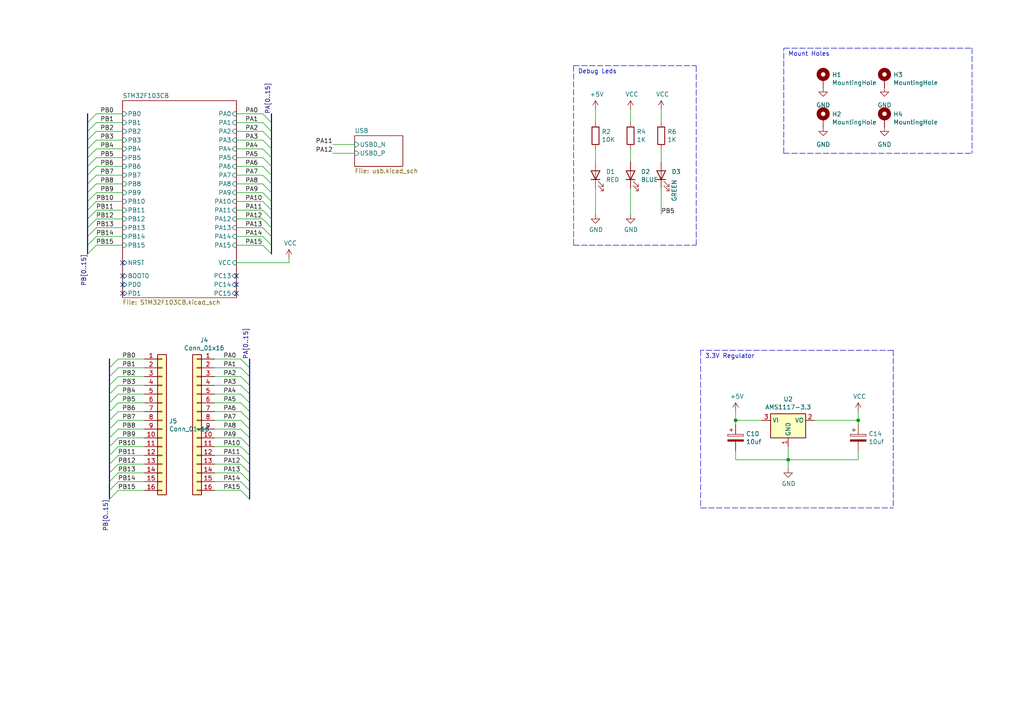
<source format=kicad_sch>
(kicad_sch (version 20231120) (generator "eeschema") (generator_version "8.0")
  (paper "A4")
  (title_block (date "2020-07-01") (rev "0.0.2"))
  (lib_symbols
    (symbol "Connector_Generic:Conn_01x16" (pin_names (offset 1.016) hide)
      (property "Reference" "J" (at 0 20.32 0))
      (property "Value" "Conn_01x16" (at 0 -22.86 0))
      (symbol "Conn_01x16_1_1"
        (rectangle (start -1.27 -20.193) (end 0 -20.447) (stroke (width 0.1524)))
        (rectangle (start -1.27 -17.653) (end 0 -17.907) (stroke (width 0.1524)))
        (rectangle (start -1.27 -15.113) (end 0 -15.367) (stroke (width 0.1524)))
        (rectangle (start -1.27 -12.573) (end 0 -12.827) (stroke (width 0.1524)))
        (rectangle (start -1.27 -10.033) (end 0 -10.287) (stroke (width 0.1524)))
        (rectangle (start -1.27 -7.493) (end 0 -7.747) (stroke (width 0.1524)))
        (rectangle (start -1.27 -4.953) (end 0 -5.207) (stroke (width 0.1524)))
        (rectangle (start -1.27 -2.413) (end 0 -2.667) (stroke (width 0.1524)))
        (rectangle (start -1.27 0.127) (end 0 -0.127) (stroke (width 0.1524)))
        (rectangle (start -1.27 2.667) (end 0 2.413) (stroke (width 0.1524)))
        (rectangle (start -1.27 5.207) (end 0 4.953) (stroke (width 0.1524)))
        (rectangle (start -1.27 7.747) (end 0 7.493) (stroke (width 0.1524)))
        (rectangle (start -1.27 10.287) (end 0 10.033) (stroke (width 0.1524)))
        (rectangle (start -1.27 12.827) (end 0 12.573) (stroke (width 0.1524)))
        (rectangle (start -1.27 15.367) (end 0 15.113) (stroke (width 0.1524)))
        (rectangle (start -1.27 17.907) (end 0 17.653) (stroke (width 0.1524)))
        (rectangle (start -1.27 19.05) (end 1.27 -21.59) (stroke (width 0.254)) (fill (type background)))
        (pin passive line (at -5.08 17.78 0) (length 3.81) (name "Pin_1") (number "1"))
        (pin passive line (at -5.08 -5.08 0) (length 3.81) (name "Pin_10") (number "10"))
        (pin passive line (at -5.08 -7.62 0) (length 3.81) (name "Pin_11") (number "11"))
        (pin passive line (at -5.08 -10.16 0) (length 3.81) (name "Pin_12") (number "12"))
        (pin passive line (at -5.08 -12.7 0) (length 3.81) (name "Pin_13") (number "13"))
        (pin passive line (at -5.08 -15.24 0) (length 3.81) (name "Pin_14") (number "14"))
        (pin passive line (at -5.08 -17.78 0) (length 3.81) (name "Pin_15") (number "15"))
        (pin passive line (at -5.08 -20.32 0) (length 3.81) (name "Pin_16") (number "16"))
        (pin passive line (at -5.08 15.24 0) (length 3.81) (name "Pin_2") (number "2"))
        (pin passive line (at -5.08 12.7 0) (length 3.81) (name "Pin_3") (number "3"))
        (pin passive line (at -5.08 10.16 0) (length 3.81) (name "Pin_4") (number "4"))
        (pin passive line (at -5.08 7.62 0) (length 3.81) (name "Pin_5") (number "5"))
        (pin passive line (at -5.08 5.08 0) (length 3.81) (name "Pin_6") (number "6"))
        (pin passive line (at -5.08 2.54 0) (length 3.81) (name "Pin_7") (number "7"))
        (pin passive line (at -5.08 0 0) (length 3.81) (name "Pin_8") (number "8"))
        (pin passive line (at -5.08 -2.54 0) (length 3.81) (name "Pin_9") (number "9"))
      )
    )
    (symbol "Device:LED" (pin_numbers hide) (pin_names (offset 1.016) hide)
      (property "Reference" "D" (at 0 2.54 0))
      (property "Value" "LED" (at 0 -2.54 0))
      (symbol "LED_0_1"
        (polyline (pts (xy -1.27 -1.27) (xy -1.27 1.27)) (stroke (width 0.254)))
        (polyline (pts (xy -1.27 0) (xy 1.27 0)))
        (polyline (pts (xy 1.27 -1.27) (xy 1.27 1.27) (xy -1.27 0) (xy 1.27 -1.27)) (stroke (width 0.254)))
        (polyline (pts (xy -3.048 -0.762) (xy -4.572 -2.286) (xy -3.81 -2.286) (xy -4.572 -2.286) (xy -4.572 -1.524)))
        (polyline (pts (xy -1.778 -0.762) (xy -3.302 -2.286) (xy -2.54 -2.286) (xy -3.302 -2.286) (xy -3.302 -1.524)))
      )
      (symbol "LED_1_1"
        (pin passive line (at -3.81 0 0) (length 2.54) (name "K") (number "1"))
        (pin passive line (at 3.81 0 180) (length 2.54) (name "A") (number "2"))
      )
    )
    (symbol "Device:R" (pin_numbers hide) (pin_names (offset 0))
      (property "Reference" "R" (at 2.032 0 90))
      (property "Value" "R" (at 0 0 90))
      (symbol "R_0_1"
        (rectangle (start -1.016 -2.54) (end 1.016 2.54) (stroke (width 0.254)))
      )
      (symbol "R_1_1"
        (pin passive line (at 0 3.81 270) (length 1.27) (name "~") (number "1"))
        (pin passive line (at 0 -3.81 90) (length 1.27) (name "~") (number "2"))
      )
    )
    (symbol "Mechanical:MountingHole_Pad" (pin_numbers hide) (pin_names (offset 1.016) hide) (exclude_from_sim yes) (in_bom no)
      (property "Reference" "H" (at 0 6.35 0))
      (property "Value" "MountingHole_Pad" (at 0 4.445 0))
      (symbol "MountingHole_Pad_0_1"
        (circle (center 0 1.27) (radius 1.27) (stroke (width 1.27)))
      )
      (symbol "MountingHole_Pad_1_1"
        (pin input line (at 0 -2.54 90) (length 2.54) (name "1") (number "1"))
      )
    )
    (symbol "Regulator_Linear:AMS1117-3.3"
      (property "Reference" "U" (at -3.81 3.175 0))
      (property "Value" "AMS1117-3.3" (at 0 3.175 0))
      (symbol "AMS1117-3.3_0_1"
        (rectangle (start -5.08 -5.08) (end 5.08 1.905) (stroke (width 0.254)) (fill (type background)))
      )
      (symbol "AMS1117-3.3_1_1"
        (pin power_in line (at 0 -7.62 90) (length 2.54) (name "GND") (number "1"))
        (pin power_out line (at 7.62 0 180) (length 2.54) (name "VO") (number "2"))
        (pin power_in line (at -7.62 0 0) (length 2.54) (name "VI") (number "3"))
      )
    )
    (symbol "STM32103_Devel-rescue:+5V-power" (power) (pin_names (offset 0))
      (property "Value" "power_+5V" (at 0 3.556 0))
      (symbol "+5V-power_0_1"
        (polyline (pts (xy -0.762 1.27) (xy 0 2.54)))
        (polyline (pts (xy 0 0) (xy 0 2.54)))
        (polyline (pts (xy 0 2.54) (xy 0.762 1.27)))
      )
      (symbol "+5V-power_1_1"
        (pin power_in line (at 0 0 90) (length 0) hide (name "+5V") (number "1"))
      )
    )
    (symbol "STM32103_Devel-rescue:CP-Device" (pin_numbers hide) (pin_names (offset 0.254))
      (property "Reference" "C" (at 0.635 2.54 0))
      (property "Value" "Device_CP" (at 0.635 -2.54 0))
      (symbol "CP-Device_0_1"
        (rectangle (start -2.286 0.508) (end 2.286 1.016))
        (polyline (pts (xy -1.778 2.286) (xy -0.762 2.286)))
        (polyline (pts (xy -1.27 2.794) (xy -1.27 1.778)))
        (rectangle (start 2.286 -0.508) (end -2.286 -1.016) (fill (type outline)))
      )
      (symbol "CP-Device_1_1"
        (pin passive line (at 0 3.81 270) (length 2.794) (name "~") (number "1"))
        (pin passive line (at 0 -3.81 90) (length 2.794) (name "~") (number "2"))
      )
    )
    (symbol "STM32103_Devel-rescue:GND-power" (power) (pin_names (offset 0))
      (property "Value" "power_GND" (at 0 -3.81 0))
      (symbol "GND-power_0_1"
        (polyline (pts (xy 0 0) (xy 0 -1.27) (xy 1.27 -1.27) (xy 0 -2.54) (xy -1.27 -1.27) (xy 0 -1.27)))
      )
      (symbol "GND-power_1_1"
        (pin power_in line (at 0 0 270) (length 0) hide (name "GND") (number "1"))
      )
    )
    (symbol "STM32103_Devel-rescue:VCC-power" (power) (pin_names (offset 0))
      (property "Value" "power_VCC" (at 0 3.81 0))
      (symbol "VCC-power_0_1"
        (polyline (pts (xy -0.762 1.27) (xy 0 2.54)))
        (polyline (pts (xy 0 0) (xy 0 2.54)))
        (polyline (pts (xy 0 2.54) (xy 0.762 1.27)))
      )
      (symbol "VCC-power_1_1"
        (pin power_in line (at 0 0 90) (length 0) hide (name "VCC") (number "1"))
      )
    )
    (symbol "power:GND" (power) (pin_numbers hide) (pin_names (offset 0) hide)
      (property "Value" "GND" (at 0 -3.81 0))
      (symbol "GND_0_1"
        (polyline (pts (xy 0 0) (xy 0 -1.27) (xy 1.27 -1.27) (xy 0 -2.54) (xy -1.27 -1.27) (xy 0 -1.27)))
      )
      (symbol "GND_1_1"
        (pin power_in line (at 0 0 270) (length 0) (name "~") (number "1"))
      )
    )
  )
  (junction (at 228.6 133.35))
  (junction (at 213.36 121.92))
  (junction (at 248.92 121.92))
  (no_connect (at 68.58 80.01))
  (no_connect (at 35.56 85.09))
  (no_connect (at 68.58 82.55))
  (no_connect (at 35.56 82.55))
  (no_connect (at 35.56 76.2))
  (no_connect (at 68.58 85.09))
  (no_connect (at 35.56 80.01))
  (bus_entry (at 69.85 111.76) (size 2.54 2.54))
  (bus_entry (at 76.2 40.64) (size 2.54 2.54))
  (bus_entry (at 76.2 33.02) (size 2.54 2.54))
  (bus_entry (at 69.85 137.16) (size 2.54 2.54))
  (bus_entry (at 34.29 106.68) (size -2.54 2.54))
  (bus_entry (at 76.2 48.26) (size 2.54 2.54))
  (bus_entry (at 69.85 121.92) (size 2.54 2.54))
  (bus_entry (at 76.2 68.58) (size 2.54 2.54))
  (bus_entry (at 34.29 134.62) (size -2.54 2.54))
  (bus_entry (at 76.2 55.88) (size 2.54 2.54))
  (bus_entry (at 27.94 55.88) (size -2.54 2.54))
  (bus_entry (at 34.29 127) (size -2.54 2.54))
  (bus_entry (at 27.94 48.26) (size -2.54 2.54))
  (bus_entry (at 27.94 45.72) (size -2.54 2.54))
  (bus_entry (at 34.29 121.92) (size -2.54 2.54))
  (bus_entry (at 69.85 119.38) (size 2.54 2.54))
  (bus_entry (at 34.29 104.14) (size -2.54 2.54))
  (bus_entry (at 27.94 68.58) (size -2.54 2.54))
  (bus_entry (at 34.29 142.24) (size -2.54 2.54))
  (bus_entry (at 27.94 40.64) (size -2.54 2.54))
  (bus_entry (at 69.85 134.62) (size 2.54 2.54))
  (bus_entry (at 76.2 38.1) (size 2.54 2.54))
  (bus_entry (at 34.29 116.84) (size -2.54 2.54))
  (bus_entry (at 76.2 66.04) (size 2.54 2.54))
  (bus_entry (at 34.29 109.22) (size -2.54 2.54))
  (bus_entry (at 76.2 60.96) (size 2.54 2.54))
  (bus_entry (at 69.85 129.54) (size 2.54 2.54))
  (bus_entry (at 76.2 45.72) (size 2.54 2.54))
  (bus_entry (at 76.2 63.5) (size 2.54 2.54))
  (bus_entry (at 69.85 109.22) (size 2.54 2.54))
  (bus_entry (at 27.94 66.04) (size -2.54 2.54))
  (bus_entry (at 69.85 142.24) (size 2.54 2.54))
  (bus_entry (at 76.2 71.12) (size 2.54 2.54))
  (bus_entry (at 76.2 53.34) (size 2.54 2.54))
  (bus_entry (at 76.2 58.42) (size 2.54 2.54))
  (bus_entry (at 69.85 116.84) (size 2.54 2.54))
  (bus_entry (at 27.94 38.1) (size -2.54 2.54))
  (bus_entry (at 34.29 139.7) (size -2.54 2.54))
  (bus_entry (at 69.85 127) (size 2.54 2.54))
  (bus_entry (at 69.85 132.08) (size 2.54 2.54))
  (bus_entry (at 27.94 33.02) (size -2.54 2.54))
  (bus_entry (at 27.94 71.12) (size -2.54 2.54))
  (bus_entry (at 27.94 60.96) (size -2.54 2.54))
  (bus_entry (at 34.29 124.46) (size -2.54 2.54))
  (bus_entry (at 27.94 50.8) (size -2.54 2.54))
  (bus_entry (at 27.94 63.5) (size -2.54 2.54))
  (bus_entry (at 27.94 43.18) (size -2.54 2.54))
  (bus_entry (at 69.85 114.3) (size 2.54 2.54))
  (bus_entry (at 34.29 114.3) (size -2.54 2.54))
  (bus_entry (at 76.2 50.8) (size 2.54 2.54))
  (bus_entry (at 27.94 58.42) (size -2.54 2.54))
  (bus_entry (at 69.85 106.68) (size 2.54 2.54))
  (bus_entry (at 34.29 119.38) (size -2.54 2.54))
  (bus_entry (at 27.94 53.34) (size -2.54 2.54))
  (bus_entry (at 34.29 111.76) (size -2.54 2.54))
  (bus_entry (at 34.29 132.08) (size -2.54 2.54))
  (bus_entry (at 69.85 139.7) (size 2.54 2.54))
  (bus_entry (at 69.85 104.14) (size 2.54 2.54))
  (bus_entry (at 69.85 124.46) (size 2.54 2.54))
  (bus_entry (at 34.29 137.16) (size -2.54 2.54))
  (bus_entry (at 27.94 35.56) (size -2.54 2.54))
  (bus_entry (at 76.2 43.18) (size 2.54 2.54))
  (bus_entry (at 34.29 129.54) (size -2.54 2.54))
  (bus_entry (at 76.2 35.56) (size 2.54 2.54))
  (bus (pts (xy 25.4 40.64) (xy 25.4 43.18)))
  (wire (pts (xy 182.88 35.56) (xy 182.88 31.75)))
  (bus (pts (xy 31.75 142.24) (xy 31.75 144.78)))
  (polyline (pts (xy 227.33 44.45) (xy 227.33 13.97)) (stroke (width 0) (type dash)))
  (bus (pts (xy 72.39 109.22) (xy 72.39 111.76)))
  (wire (pts (xy 68.58 55.88) (xy 76.2 55.88)))
  (wire (pts (xy 191.77 54.61) (xy 191.77 62.23)))
  (wire (pts (xy 68.58 53.34) (xy 76.2 53.34)))
  (wire (pts (xy 182.88 54.61) (xy 182.88 62.23)))
  (wire (pts (xy 35.56 60.96) (xy 27.94 60.96)))
  (bus (pts (xy 78.74 71.12) (xy 78.74 73.66)))
  (wire (pts (xy 191.77 35.56) (xy 191.77 31.75)))
  (wire (pts (xy 27.94 71.12) (xy 35.56 71.12)))
  (bus (pts (xy 31.75 137.16) (xy 31.75 139.7)))
  (polyline (pts (xy 166.37 19.05) (xy 201.93 19.05)) (stroke (width 0) (type dash)))
  (bus (pts (xy 72.39 134.62) (xy 72.39 137.16)))
  (polyline (pts (xy 259.08 101.6) (xy 203.2 101.6)) (stroke (width 0) (type dash)))
  (wire (pts (xy 27.94 68.58) (xy 35.56 68.58)))
  (wire (pts (xy 213.36 119.38) (xy 213.36 121.92)))
  (wire (pts (xy 76.2 33.02) (xy 68.58 33.02)))
  (wire (pts (xy 27.94 55.88) (xy 35.56 55.88)))
  (wire (pts (xy 62.23 124.46) (xy 69.85 124.46)))
  (wire (pts (xy 34.29 119.38) (xy 41.91 119.38)))
  (wire (pts (xy 27.94 38.1) (xy 35.56 38.1)))
  (bus (pts (xy 25.4 68.58) (xy 25.4 71.12)))
  (wire (pts (xy 68.58 60.96) (xy 76.2 60.96)))
  (wire (pts (xy 35.56 50.8) (xy 27.94 50.8)))
  (wire (pts (xy 27.94 33.02) (xy 35.56 33.02)))
  (wire (pts (xy 228.6 133.35) (xy 228.6 135.89)))
  (bus (pts (xy 25.4 45.72) (xy 25.4 48.26)))
  (polyline (pts (xy 227.33 13.97) (xy 281.94 13.97)) (stroke (width 0) (type dash)))
  (bus (pts (xy 31.75 119.38) (xy 31.75 121.92)))
  (wire (pts (xy 34.29 142.24) (xy 41.91 142.24)))
  (wire (pts (xy 83.82 76.2) (xy 83.82 74.93)))
  (wire (pts (xy 248.92 130.81) (xy 248.92 133.35)))
  (wire (pts (xy 182.88 46.99) (xy 182.88 43.18)))
  (bus (pts (xy 31.75 104.14) (xy 31.75 106.68)))
  (wire (pts (xy 68.58 63.5) (xy 76.2 63.5)))
  (bus (pts (xy 25.4 38.1) (xy 25.4 40.64)))
  (wire (pts (xy 34.29 134.62) (xy 41.91 134.62)))
  (wire (pts (xy 41.91 106.68) (xy 34.29 106.68)))
  (bus (pts (xy 25.4 55.88) (xy 25.4 58.42)))
  (bus (pts (xy 25.4 71.12) (xy 25.4 73.66)))
  (wire (pts (xy 35.56 66.04) (xy 27.94 66.04)))
  (wire (pts (xy 68.58 50.8) (xy 76.2 50.8)))
  (bus (pts (xy 78.74 63.5) (xy 78.74 66.04)))
  (bus (pts (xy 31.75 116.84) (xy 31.75 119.38)))
  (wire (pts (xy 68.58 45.72) (xy 76.2 45.72)))
  (bus (pts (xy 31.75 106.68) (xy 31.75 109.22)))
  (bus (pts (xy 78.74 43.18) (xy 78.74 45.72)))
  (wire (pts (xy 35.56 58.42) (xy 27.94 58.42)))
  (bus (pts (xy 78.74 53.34) (xy 78.74 55.88)))
  (wire (pts (xy 68.58 48.26) (xy 76.2 48.26)))
  (polyline (pts (xy 259.08 101.6) (xy 259.08 147.32)) (stroke (width 0) (type dash)))
  (wire (pts (xy 68.58 76.2) (xy 83.82 76.2)))
  (bus (pts (xy 25.4 58.42) (xy 25.4 60.96)))
  (wire (pts (xy 41.91 137.16) (xy 34.29 137.16)))
  (wire (pts (xy 41.91 124.46) (xy 34.29 124.46)))
  (bus (pts (xy 72.39 124.46) (xy 72.39 127)))
  (wire (pts (xy 68.58 58.42) (xy 76.2 58.42)))
  (wire (pts (xy 27.94 48.26) (xy 35.56 48.26)))
  (bus (pts (xy 31.75 132.08) (xy 31.75 134.62)))
  (bus (pts (xy 31.75 139.7) (xy 31.75 142.24)))
  (bus (pts (xy 31.75 129.54) (xy 31.75 132.08)))
  (bus (pts (xy 25.4 60.96) (xy 25.4 63.5)))
  (wire (pts (xy 34.29 109.22) (xy 41.91 109.22)))
  (bus (pts (xy 31.75 114.3) (xy 31.75 116.84)))
  (wire (pts (xy 62.23 121.92) (xy 69.85 121.92)))
  (bus (pts (xy 72.39 119.38) (xy 72.39 121.92)))
  (bus (pts (xy 78.74 50.8) (xy 78.74 53.34)))
  (wire (pts (xy 172.72 62.23) (xy 172.72 54.61)))
  (wire (pts (xy 62.23 134.62) (xy 69.85 134.62)))
  (bus (pts (xy 72.39 116.84) (xy 72.39 119.38)))
  (wire (pts (xy 34.29 139.7) (xy 41.91 139.7)))
  (bus (pts (xy 25.4 43.18) (xy 25.4 45.72)))
  (wire (pts (xy 27.94 63.5) (xy 35.56 63.5)))
  (bus (pts (xy 78.74 66.04) (xy 78.74 68.58)))
  (polyline (pts (xy 166.37 71.12) (xy 201.93 71.12)) (stroke (width 0) (type dash)))
  (bus (pts (xy 78.74 55.88) (xy 78.74 58.42)))
  (wire (pts (xy 248.92 133.35) (xy 228.6 133.35)))
  (wire (pts (xy 35.56 45.72) (xy 27.94 45.72)))
  (bus (pts (xy 72.39 121.92) (xy 72.39 124.46)))
  (wire (pts (xy 62.23 114.3) (xy 69.85 114.3)))
  (polyline (pts (xy 201.93 71.12) (xy 201.93 19.05)) (stroke (width 0) (type dash)))
  (bus (pts (xy 72.39 139.7) (xy 72.39 142.24)))
  (bus (pts (xy 78.74 45.72) (xy 78.74 48.26)))
  (wire (pts (xy 35.56 53.34) (xy 27.94 53.34)))
  (wire (pts (xy 213.36 133.35) (xy 228.6 133.35)))
  (wire (pts (xy 62.23 106.68) (xy 69.85 106.68)))
  (wire (pts (xy 62.23 111.76) (xy 69.85 111.76)))
  (wire (pts (xy 35.56 40.64) (xy 27.94 40.64)))
  (bus (pts (xy 31.75 127) (xy 31.75 129.54)))
  (wire (pts (xy 62.23 127) (xy 69.85 127)))
  (wire (pts (xy 41.91 121.92) (xy 34.29 121.92)))
  (bus (pts (xy 78.74 38.1) (xy 78.74 40.64)))
  (bus (pts (xy 78.74 33.02) (xy 78.74 35.56)))
  (wire (pts (xy 172.72 31.75) (xy 172.72 35.56)))
  (bus (pts (xy 25.4 53.34) (xy 25.4 55.88)))
  (wire (pts (xy 68.58 71.12) (xy 76.2 71.12)))
  (wire (pts (xy 62.23 142.24) (xy 69.85 142.24)))
  (wire (pts (xy 96.52 44.45) (xy 102.87 44.45)))
  (bus (pts (xy 72.39 104.14) (xy 72.39 106.68)))
  (wire (pts (xy 62.23 129.54) (xy 69.85 129.54)))
  (wire (pts (xy 62.23 132.08) (xy 69.85 132.08)))
  (wire (pts (xy 62.23 109.22) (xy 69.85 109.22)))
  (bus (pts (xy 72.39 127) (xy 72.39 129.54)))
  (wire (pts (xy 27.94 43.18) (xy 35.56 43.18)))
  (wire (pts (xy 41.91 132.08) (xy 34.29 132.08)))
  (bus (pts (xy 25.4 33.02) (xy 25.4 35.56)))
  (bus (pts (xy 78.74 48.26) (xy 78.74 50.8)))
  (bus (pts (xy 78.74 58.42) (xy 78.74 60.96)))
  (polyline (pts (xy 203.2 101.6) (xy 203.2 147.32)) (stroke (width 0) (type dash)))
  (wire (pts (xy 34.29 127) (xy 41.91 127)))
  (wire (pts (xy 191.77 46.99) (xy 191.77 43.18)))
  (bus (pts (xy 25.4 63.5) (xy 25.4 66.04)))
  (wire (pts (xy 62.23 119.38) (xy 69.85 119.38)))
  (wire (pts (xy 41.91 116.84) (xy 34.29 116.84)))
  (wire (pts (xy 62.23 139.7) (xy 69.85 139.7)))
  (bus (pts (xy 31.75 111.76) (xy 31.75 114.3)))
  (wire (pts (xy 68.58 43.18) (xy 76.2 43.18)))
  (bus (pts (xy 25.4 50.8) (xy 25.4 53.34)))
  (bus (pts (xy 78.74 40.64) (xy 78.74 43.18)))
  (bus (pts (xy 31.75 109.22) (xy 31.75 111.76)))
  (wire (pts (xy 248.92 121.92) (xy 248.92 123.19)))
  (polyline (pts (xy 227.33 44.45) (xy 281.94 44.45)) (stroke (width 0) (type dash)))
  (wire (pts (xy 220.98 121.92) (xy 213.36 121.92)))
  (polyline (pts (xy 166.37 19.05) (xy 166.37 71.12)) (stroke (width 0) (type dash)))
  (bus (pts (xy 78.74 35.56) (xy 78.74 38.1)))
  (bus (pts (xy 31.75 124.46) (xy 31.75 127)))
  (wire (pts (xy 172.72 43.18) (xy 172.72 46.99)))
  (wire (pts (xy 68.58 40.64) (xy 76.2 40.64)))
  (wire (pts (xy 68.58 66.04) (xy 76.2 66.04)))
  (wire (pts (xy 34.29 114.3) (xy 41.91 114.3)))
  (bus (pts (xy 72.39 137.16) (xy 72.39 139.7)))
  (wire (pts (xy 41.91 111.76) (xy 34.29 111.76)))
  (polyline (pts (xy 281.94 13.97) (xy 281.94 44.45)) (stroke (width 0) (type dash)))
  (bus (pts (xy 31.75 121.92) (xy 31.75 124.46)))
  (bus (pts (xy 72.39 106.68) (xy 72.39 109.22)))
  (wire (pts (xy 35.56 35.56) (xy 27.94 35.56)))
  (wire (pts (xy 236.22 121.92) (xy 248.92 121.92)))
  (bus (pts (xy 78.74 60.96) (xy 78.74 63.5)))
  (bus (pts (xy 72.39 142.24) (xy 72.39 144.78)))
  (wire (pts (xy 62.23 137.16) (xy 69.85 137.16)))
  (wire (pts (xy 96.52 41.91) (xy 102.87 41.91)))
  (bus (pts (xy 25.4 35.56) (xy 25.4 38.1)))
  (wire (pts (xy 34.29 104.14) (xy 41.91 104.14)))
  (wire (pts (xy 213.36 121.92) (xy 213.36 123.19)))
  (bus (pts (xy 72.39 129.54) (xy 72.39 132.08)))
  (wire (pts (xy 68.58 68.58) (xy 76.2 68.58)))
  (polyline (pts (xy 203.2 147.32) (xy 259.08 147.32)) (stroke (width 0) (type dash)))
  (bus (pts (xy 25.4 66.04) (xy 25.4 68.58)))
  (bus (pts (xy 25.4 48.26) (xy 25.4 50.8)))
  (bus (pts (xy 72.39 132.08) (xy 72.39 134.62)))
  (wire (pts (xy 69.85 104.14) (xy 62.23 104.14)))
  (wire (pts (xy 68.58 35.56) (xy 76.2 35.56)))
  (wire (pts (xy 68.58 38.1) (xy 76.2 38.1)))
  (wire (pts (xy 62.23 116.84) (xy 69.85 116.84)))
  (wire (pts (xy 248.92 119.38) (xy 248.92 121.92)))
  (wire (pts (xy 213.36 130.81) (xy 213.36 133.35)))
  (wire (pts (xy 228.6 129.54) (xy 228.6 133.35)))
  (wire (pts (xy 41.91 129.54) (xy 34.29 129.54)))
  (bus (pts (xy 78.74 68.58) (xy 78.74 71.12)))
  (bus (pts (xy 72.39 114.3) (xy 72.39 116.84)))
  (bus (pts (xy 31.75 134.62) (xy 31.75 137.16)))
  (bus (pts (xy 72.39 111.76) (xy 72.39 114.3)))
  (text "Debug Leds" (at 167.64 21.59 0) (effects (font (size 1.27 1.27)) (justify left bottom)))
  (text "3.3V Regulator" (at 204.47 104.14 0) (effects (font (size 1.27 1.27)) (justify left bottom)))
  (text "Mount Holes" (at 228.6 16.51 0) (effects (font (size 1.27 1.27)) (justify left bottom)))
  (label "PB13" (at 39.37 137.16 180))
  (label "PB13" (at 33.02 66.04 180))
  (label "PA6" (at 71.12 48.26 0))
  (label "PA14" (at 71.12 68.58 0))
  (label "PA5" (at 71.12 45.72 0))
  (label "PB9" (at 33.02 55.88 180))
  (label "PA0" (at 71.12 33.02 0))
  (label "PB1" (at 33.02 35.56 180))
  (label "PB1" (at 39.37 106.68 180))
  (label "PB5" (at 33.02 45.72 180))
  (label "PB15" (at 33.02 71.12 180))
  (label "PA1" (at 71.12 35.56 0))
  (label "PB5" (at 39.37 116.84 180))
  (label "PB6" (at 33.02 48.26 180))
  (label "PA8" (at 64.77 124.46 0))
  (label "PB8" (at 39.37 124.46 180))
  (label "PB4" (at 33.02 43.18 180))
  (label "PB8" (at 33.02 53.34 180))
  (label "PA9" (at 64.77 127 0))
  (label "PA4" (at 64.77 114.3 0))
  (label "PB2" (at 39.37 109.22 180))
  (label "PA12" (at 71.12 63.5 0))
  (label "PA7" (at 71.12 50.8 0))
  (label "PA0" (at 64.77 104.14 0))
  (label "PA1" (at 64.77 106.68 0))
  (label "PA2" (at 71.12 38.1 0))
  (label "PA[0..15]" (at 72.39 104.14 90))
  (label "PB11" (at 39.37 132.08 180))
  (label "PB6" (at 39.37 119.38 180))
  (label "PA3" (at 71.12 40.64 0))
  (label "PB2" (at 33.02 38.1 180))
  (label "PB3" (at 39.37 111.76 180))
  (label "PA4" (at 71.12 43.18 0))
  (label "PB14" (at 39.37 139.7 180))
  (label "PB0" (at 33.02 33.02 180))
  (label "PA13" (at 64.77 137.16 0))
  (label "PA3" (at 64.77 111.76 0))
  (label "PA13" (at 71.12 66.04 0))
  (label "PB10" (at 39.37 129.54 180))
  (label "PA10" (at 64.77 129.54 0))
  (label "PB[0..15]" (at 25.4 73.66 270))
  (label "PB4" (at 39.37 114.3 180))
  (label "PA6" (at 64.77 119.38 0))
  (label "PB12" (at 39.37 134.62 180))
  (label "PA11" (at 71.12 60.96 0))
  (label "PB5" (at 191.77 62.23 0))
  (label "PB14" (at 33.02 68.58 180))
  (label "PB10" (at 33.02 58.42 180))
  (label "PA15" (at 64.77 142.24 0))
  (label "PA8" (at 71.12 53.34 0))
  (label "PA15" (at 71.12 71.12 0))
  (label "PA14" (at 64.77 139.7 0))
  (label "PB7" (at 39.37 121.92 180))
  (label "PB[0..15]" (at 31.75 144.78 270))
  (label "PA5" (at 64.77 116.84 0))
  (label "PB7" (at 33.02 50.8 180))
  (label "PB0" (at 39.37 104.14 180))
  (label "PA7" (at 64.77 121.92 0))
  (label "PB3" (at 33.02 40.64 180))
  (label "PA11" (at 96.52 41.91 180))
  (label "PB9" (at 39.37 127 180))
  (label "PA11" (at 64.77 132.08 0))
  (label "PB12" (at 33.02 63.5 180))
  (label "PA10" (at 71.12 58.42 0))
  (label "PB15" (at 39.37 142.24 180))
  (label "PA9" (at 71.12 55.88 0))
  (label "PA[0..15]" (at 78.74 33.02 90))
  (label "PA2" (at 64.77 109.22 0))
  (label "PB11" (at 33.02 60.96 180))
  (label "PA12" (at 96.52 44.45 180))
  (label "PA12" (at 64.77 134.62 0))
  (symbol (lib_id "Regulator_Linear:AMS1117-3.3") (at 228.6 121.92 0) (unit 1)
    (property "Reference" "U2" (at 228.6 115.7732 0))
    (property "Value" "AMS1117-3.3" (at 228.6 118.0846 0))
    (property "Footprint" "Package_TO_SOT_SMD:SOT-223-3_TabPin2" (effects (hide yes)))
    (property "Datasheet" "http://www.advanced-monolithic.com/pdf/ds1117.pdf" (effects (hide yes)))
    (property "LCSC" "C6186" (effects (hide yes)))
    (property "Manufacturer" "EVVO" (effects (hide yes)))
    (property "mnp" "AMS1117-3.3" (effects (hide yes)))
  )
  (symbol (lib_id "STM32103_Devel-rescue:CP-Device") (at 248.92 127 0) (unit 1)
    (property "Reference" "C14" (at 251.9172 125.8316 0) (effects (justify left)))
    (property "Value" "10uf" (at 251.9172 128.143 0) (effects (justify left)))
    (property "Footprint" "Capacitor_Tantalum_SMD:CP_EIA-3216-18_Kemet-A" (effects (hide yes)))
    (property "LCSC" "C7171" (effects (hide yes)))
    (property "Manufacturer" "Kemet" (effects (hide yes)))
    (property "mnp" "T491A106K010AT" (effects (hide yes)))
  )
  (symbol (lib_id "STM32103_Devel-rescue:CP-Device") (at 213.36 127 0) (unit 1)
    (property "Reference" "C10" (at 216.3572 125.8316 0) (effects (justify left)))
    (property "Value" "10uf" (at 216.3572 128.143 0) (effects (justify left)))
    (property "Footprint" "Capacitor_Tantalum_SMD:CP_EIA-3216-18_Kemet-A" (effects (hide yes)))
    (property "LCSC" "C7171" (effects (hide yes)))
    (property "Manufacturer" "Kemet" (effects (hide yes)))
    (property "mnp" "T491A106K010AT" (effects (hide yes)))
  )
  (symbol (lib_id "STM32103_Devel-rescue:VCC-power") (at 248.92 119.38 0) (unit 1)
    (property "Reference" "#PWR019" (effects (hide yes)))
    (property "Value" "VCC" (at 249.301 114.9858 0))
  )
  (symbol (lib_id "STM32103_Devel-rescue:GND-power") (at 228.6 135.89 0) (unit 1)
    (property "Reference" "#PWR012" (effects (hide yes)))
    (property "Value" "GND" (at 228.727 140.2842 0))
  )
  (symbol (lib_id "STM32103_Devel-rescue:+5V-power") (at 213.36 119.38 0) (unit 1)
    (property "Reference" "#PWR010" (effects (hide yes)))
    (property "Value" "+5V" (at 213.741 114.9858 0))
  )
  (symbol (lib_id "Mechanical:MountingHole_Pad") (at 238.76 22.86 0) (unit 1) (exclude_from_sim yes) (in_bom no)
    (property "Reference" "H1" (at 241.3 21.6916 0) (effects (justify left)))
    (property "Value" "MountingHole" (at 241.3 24.003 0) (effects (justify left)))
    (property "Footprint" "MountingHole:MountingHole_2.7mm_M2.5_DIN965_Pad" (effects (hide yes)))
    (property "Description" "Mounting Hole with connection" (effects (hide yes)))
  )
  (symbol (lib_id "Mechanical:MountingHole_Pad") (at 256.54 22.86 0) (unit 1) (exclude_from_sim yes) (in_bom no)
    (property "Reference" "H3" (at 259.08 21.6916 0) (effects (justify left)))
    (property "Value" "MountingHole" (at 259.08 24.003 0) (effects (justify left)))
    (property "Footprint" "MountingHole:MountingHole_2.7mm_M2.5_DIN965_Pad" (effects (hide yes)))
    (property "Description" "Mounting Hole with connection" (effects (hide yes)))
  )
  (symbol (lib_id "Mechanical:MountingHole_Pad") (at 238.76 34.29 0) (unit 1) (exclude_from_sim yes) (in_bom no)
    (property "Reference" "H2" (at 241.3 33.1216 0) (effects (justify left)))
    (property "Value" "MountingHole" (at 241.3 35.433 0) (effects (justify left)))
    (property "Footprint" "MountingHole:MountingHole_2.7mm_M2.5_DIN965_Pad" (effects (hide yes)))
    (property "Description" "Mounting Hole with connection" (effects (hide yes)))
  )
  (symbol (lib_id "Mechanical:MountingHole_Pad") (at 256.54 34.29 0) (unit 1) (exclude_from_sim yes) (in_bom no)
    (property "Reference" "H4" (at 259.08 33.1216 0) (effects (justify left)))
    (property "Value" "MountingHole" (at 259.08 35.433 0) (effects (justify left)))
    (property "Footprint" "MountingHole:MountingHole_2.7mm_M2.5_DIN965_Pad" (effects (hide yes)))
    (property "Description" "Mounting Hole with connection" (effects (hide yes)))
  )
  (symbol (lib_id "Connector_Generic:Conn_01x16") (at 57.15 121.92 0) (mirror y) (unit 1)
    (property "Reference" "J4" (at 59.2328 98.6282 0))
    (property "Value" "Conn_01x16" (at 59.2328 100.9396 0))
    (property "Footprint" "Connector_PinSocket_2.54mm:PinSocket_1x16_P2.54mm_Vertical" (effects (hide yes)))
  )
  (symbol (lib_id "Connector_Generic:Conn_01x16") (at 46.99 121.92 0) (unit 1)
    (property "Reference" "J5" (at 49.022 122.1232 0) (effects (justify left)))
    (property "Value" "Conn_01x16" (at 49.022 124.4346 0) (effects (justify left)))
    (property "Footprint" "Connector_PinSocket_2.54mm:PinSocket_1x16_P2.54mm_Vertical" (effects (hide yes)))
  )
  (symbol (lib_id "Device:R") (at 182.88 39.37 0) (unit 1)
    (property "Reference" "R4" (at 184.658 38.2016 0) (effects (justify left)))
    (property "Value" "1K" (at 184.658 40.513 0) (effects (justify left)))
    (property "Footprint" "Resistor_SMD:R_0805_2012Metric" (effects (hide yes)))
    (property "LCSC" "C17513" (effects (hide yes)))
    (property "Manufacturer" "Bourns Inc." (effects (hide yes)))
    (property "mnp" "CR0805-FX-1001ELF" (effects (hide yes)))
  )
  (symbol (lib_id "STM32103_Devel-rescue:VCC-power") (at 182.88 31.75 0) (unit 1)
    (property "Reference" "#PWR017" (effects (hide yes)))
    (property "Value" "VCC" (at 183.261 27.3558 0))
  )
  (symbol (lib_id "STM32103_Devel-rescue:+5V-power") (at 172.72 31.75 0) (unit 1)
    (property "Reference" "#PWR015" (effects (hide yes)))
    (property "Value" "+5V" (at 173.101 27.3558 0))
  )
  (symbol (lib_id "STM32103_Devel-rescue:GND-power") (at 172.72 62.23 0) (unit 1)
    (property "Reference" "#PWR016" (effects (hide yes)))
    (property "Value" "GND" (at 172.847 66.6242 0))
  )
  (symbol (lib_id "STM32103_Devel-rescue:GND-power") (at 182.88 62.23 0) (unit 1)
    (property "Reference" "#PWR018" (effects (hide yes)))
    (property "Value" "GND" (at 183.007 66.6242 0))
  )
  (symbol (lib_id "Device:LED") (at 172.72 50.8 90) (unit 1)
    (property "Reference" "D1" (at 175.7172 49.8094 90) (effects (justify right)))
    (property "Value" "RED" (at 175.7172 52.1208 90) (effects (justify right)))
    (property "Footprint" "LED_SMD:LED_0805_2012Metric" (effects (hide yes)))
    (property "LCSC" "C84256" (effects (hide yes)))
    (property "Manufacturer" "Würth Elektronik" (effects (hide yes)))
    (property "mnp" "150080RS75000" (effects (hide yes)))
  )
  (symbol (lib_id "Device:LED") (at 182.88 50.8 90) (unit 1)
    (property "Reference" "D2" (at 185.8772 49.8094 90) (effects (justify right)))
    (property "Value" "BLUE" (at 185.8772 52.1208 90) (effects (justify right)))
    (property "Footprint" "LED_SMD:LED_0805_2012Metric" (effects (hide yes)))
    (property "LCSC" "C2293" (effects (hide yes)))
    (property "Manufacturer" "Würth Elektronik" (effects (hide yes)))
    (property "mnp" "150080BS75000" (effects (hide yes)))
  )
  (symbol (lib_id "Device:R") (at 172.72 39.37 0) (unit 1)
    (property "Reference" "R2" (at 174.498 38.2016 0) (effects (justify left)))
    (property "Value" "10K" (at 174.498 40.513 0) (effects (justify left)))
    (property "Footprint" "Resistor_SMD:R_0805_2012Metric" (effects (hide yes)))
    (property "LCSC" "C17414" (effects (hide yes)))
    (property "Manufacturer" "Bourns Inc." (effects (hide yes)))
    (property "mnp" "CR0805-FX-1002ELF" (effects (hide yes)))
  )
  (symbol (lib_id "Device:R") (at 191.77 39.37 0) (unit 1)
    (property "Reference" "R6" (at 193.548 38.2016 0) (effects (justify left)))
    (property "Value" "1K" (at 193.548 40.513 0) (effects (justify left)))
    (property "Footprint" "Resistor_SMD:R_0805_2012Metric" (effects (hide yes)))
    (property "LCSC" "C17513" (effects (hide yes)))
    (property "Manufacturer" "Bourns Inc." (effects (hide yes)))
    (property "mnp" "CR0805-FX-1001ELF" (effects (hide yes)))
  )
  (symbol (lib_id "Device:LED") (at 191.77 50.8 90) (unit 1)
    (property "Reference" "D3" (at 194.7672 49.8094 90) (effects (justify right)))
    (property "Value" "GREEN" (at 195.58 52.07 0) (effects (justify right)))
    (property "Footprint" "LED_SMD:LED_0805_2012Metric" (effects (hide yes)))
    (property "LCSC" "C2297" (effects (hide yes)))
    (property "Manufacturer" "Würth Elektronik" (effects (hide yes)))
    (property "mnp" "150080GS75000" (effects (hide yes)))
  )
  (symbol (lib_id "STM32103_Devel-rescue:VCC-power") (at 191.77 31.75 0) (unit 1)
    (property "Reference" "#PWR023" (effects (hide yes)))
    (property "Value" "VCC" (at 192.151 27.3558 0))
  )
  (symbol (lib_id "STM32103_Devel-rescue:VCC-power") (at 83.82 74.93 0) (unit 1)
    (property "Reference" "#PWR0101" (effects (hide yes)))
    (property "Value" "VCC" (at 84.201 70.5358 0))
  )
  (symbol (lib_id "power:GND") (at 238.76 36.83 0) (unit 1)
    (property "Reference" "#PWR013" (effects (hide yes)))
    (property "Value" "GND" (at 238.76 41.91 0))
    (property "Description" "Power symbol creates a global label with name \"GND\" , ground" (effects (hide yes)))
  )
  (symbol (lib_id "power:GND") (at 238.76 25.4 0) (unit 1)
    (property "Reference" "#PWR07" (effects (hide yes)))
    (property "Value" "GND" (at 238.76 30.48 0))
    (property "Description" "Power symbol creates a global label with name \"GND\" , ground" (effects (hide yes)))
  )
  (symbol (lib_id "power:GND") (at 256.54 36.83 0) (unit 1)
    (property "Reference" "#PWR020" (effects (hide yes)))
    (property "Value" "GND" (at 256.54 41.91 0))
    (property "Description" "Power symbol creates a global label with name \"GND\" , ground" (effects (hide yes)))
  )
  (symbol (lib_id "power:GND") (at 256.54 25.4 0) (unit 1)
    (property "Reference" "#PWR08" (effects (hide yes)))
    (property "Value" "GND" (at 256.54 30.48 0))
    (property "Description" "Power symbol creates a global label with name \"GND\" , ground" (effects (hide yes)))
  )
  (sheet (at 102.87 39.37) (size 13.97 8.89)
    (property "Sheetname" "USB" (at 102.87 38.6584 0) (effects (justify left bottom)))
    (property "Sheetfile" "usb.kicad_sch" (at 102.87 48.8446 0) (effects (justify left top)))
    (pin "USBD_P" input (at 102.87 44.45 180))
    (pin "USBD_N" input (at 102.87 41.91 180))
  )
  (sheet (at 35.56 29.21) (size 33.02 57.15)
    (property "Sheetname" "STM32F103CB" (at 35.56 28.4984 0) (effects (justify left bottom)))
    (property "Sheetfile" "STM32F103CB.kicad_sch" (at 35.56 86.9446 0) (effects (justify left top)))
    (pin "PA0" input (at 68.58 33.02 0))
    (pin "PA1" input (at 68.58 35.56 0))
    (pin "PA2" input (at 68.58 38.1 0))
    (pin "PA3" input (at 68.58 40.64 0))
    (pin "PA4" input (at 68.58 43.18 0))
    (pin "PA5" input (at 68.58 45.72 0))
    (pin "PA6" input (at 68.58 48.26 0))
    (pin "PA7" input (at 68.58 50.8 0))
    (pin "PA8" input (at 68.58 53.34 0))
    (pin "PA9" input (at 68.58 55.88 0))
    (pin "PA10" input (at 68.58 58.42 0))
    (pin "PA11" input (at 68.58 60.96 0))
    (pin "PA12" input (at 68.58 63.5 0))
    (pin "PA13" input (at 68.58 66.04 0))
    (pin "PA14" input (at 68.58 68.58 0))
    (pin "PA15" input (at 68.58 71.12 0))
    (pin "PB0" input (at 35.56 33.02 180))
    (pin "PB1" input (at 35.56 35.56 180))
    (pin "PB2" input (at 35.56 38.1 180))
    (pin "PB3" input (at 35.56 40.64 180))
    (pin "PB4" input (at 35.56 43.18 180))
    (pin "PB5" input (at 35.56 45.72 180))
    (pin "PB6" input (at 35.56 48.26 180))
    (pin "PB7" input (at 35.56 50.8 180))
    (pin "PB8" input (at 35.56 53.34 180))
    (pin "PB9" input (at 35.56 55.88 180))
    (pin "PB10" input (at 35.56 58.42 180))
    (pin "PB11" input (at 35.56 60.96 180))
    (pin "PB12" input (at 35.56 63.5 180))
    (pin "PB13" input (at 35.56 66.04 180))
    (pin "PB14" input (at 35.56 68.58 180))
    (pin "PB15" input (at 35.56 71.12 180))
    (pin "PC13" input (at 68.58 80.01 0))
    (pin "PC14" input (at 68.58 82.55 0))
    (pin "PC15" input (at 68.58 85.09 0))
    (pin "PD0" input (at 35.56 82.55 180))
    (pin "PD1" input (at 35.56 85.09 180))
    (pin "BOOT0" input (at 35.56 80.01 180))
    (pin "NRST" input (at 35.56 76.2 180))
    (pin "VCC" input (at 68.58 76.2 0))
  )
)
</source>
